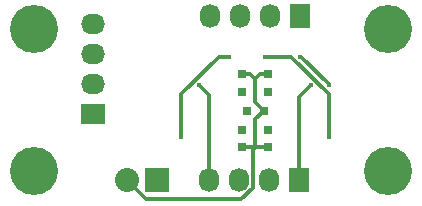
<source format=gbl>
G04 #@! TF.FileFunction,Copper,L2,Bot,Signal*
%FSLAX46Y46*%
G04 Gerber Fmt 4.6, Leading zero omitted, Abs format (unit mm)*
G04 Created by KiCad (PCBNEW 4.1.0-alpha+201607140318+6977~46~ubuntu16.04.1-product) date Thu Jul 14 14:59:25 2016*
%MOMM*%
%LPD*%
G01*
G04 APERTURE LIST*
%ADD10C,0.100000*%
%ADD11R,2.032000X2.032000*%
%ADD12O,2.032000X2.032000*%
%ADD13R,0.750000X0.800000*%
%ADD14R,0.800000X0.750000*%
%ADD15R,2.032000X1.727200*%
%ADD16O,2.032000X1.727200*%
%ADD17R,1.727200X2.032000*%
%ADD18O,1.727200X2.032000*%
%ADD19C,4.064000*%
%ADD20C,0.400000*%
%ADD21C,0.300000*%
G04 APERTURE END LIST*
D10*
D11*
X212400000Y-34800000D03*
D12*
X209860000Y-34800000D03*
D13*
X219600000Y-27300000D03*
X219600000Y-25800000D03*
X219600000Y-30500000D03*
X219600000Y-32000000D03*
D14*
X221500000Y-28900000D03*
X220000000Y-28900000D03*
D13*
X221800000Y-30500000D03*
X221800000Y-32000000D03*
X221800000Y-27300000D03*
X221800000Y-25800000D03*
D15*
X206958309Y-29184979D03*
D16*
X206958309Y-26644979D03*
X206958309Y-24104979D03*
X206958309Y-21564979D03*
D17*
X224525326Y-20931954D03*
D18*
X221985326Y-20931954D03*
X219445326Y-20931954D03*
X216905326Y-20931954D03*
D17*
X224430000Y-34800000D03*
D18*
X221890000Y-34800000D03*
X219350000Y-34800000D03*
X216810000Y-34800000D03*
D19*
X202000000Y-34000000D03*
X232000000Y-34000000D03*
X232000000Y-22000000D03*
X202000000Y-22000000D03*
D20*
X219600000Y-30500000D03*
X221500000Y-28900000D03*
X220000000Y-28900000D03*
X219600000Y-27300000D03*
X215950000Y-26750000D03*
X214460000Y-31140000D03*
X218525326Y-24331954D03*
X221800000Y-30500000D03*
X221800000Y-27300000D03*
X226950000Y-31150000D03*
X221525326Y-24331954D03*
X226950000Y-31150000D03*
X225450000Y-26750000D03*
X226950000Y-26750000D03*
X224525326Y-24331954D03*
D21*
X219600000Y-30500000D02*
X219600000Y-30475000D01*
X219537993Y-36410000D02*
X211470000Y-36410000D01*
X211470000Y-36410000D02*
X209860000Y-34800000D01*
X220730000Y-32000000D02*
X220513610Y-32216390D01*
X220513610Y-32216390D02*
X220513610Y-35434383D01*
X220513610Y-35434383D02*
X219537993Y-36410000D01*
X219600000Y-25800000D02*
X220275000Y-25800000D01*
X220275000Y-25800000D02*
X220690000Y-26215000D01*
X220690000Y-26215000D02*
X220690000Y-26235000D01*
X220690000Y-26235000D02*
X220690000Y-28115000D01*
X220690000Y-28115000D02*
X220745000Y-28170000D01*
X221500000Y-28900000D02*
X221475000Y-28900000D01*
X221125000Y-25800000D02*
X221800000Y-25800000D01*
X221475000Y-28900000D02*
X220745000Y-28170000D01*
X220690000Y-26235000D02*
X221125000Y-25800000D01*
X219600000Y-32000000D02*
X220730000Y-32000000D01*
X220730000Y-32000000D02*
X221800000Y-32000000D01*
X221475000Y-28900000D02*
X220730000Y-29645000D01*
X220730000Y-29645000D02*
X220730000Y-32000000D01*
X216810000Y-34800000D02*
X216810000Y-27585000D01*
X216810000Y-27585000D02*
X215975000Y-26750000D01*
X215975000Y-26750000D02*
X215950000Y-26750000D01*
X218525326Y-24331954D02*
X217628044Y-24331954D01*
X217628044Y-24331954D02*
X214460000Y-27499998D01*
X214460000Y-27499998D02*
X214460000Y-31140000D01*
X221525326Y-24331954D02*
X223771956Y-24331954D01*
X223771956Y-24331954D02*
X226950000Y-27509998D01*
X226950000Y-27509998D02*
X226950000Y-30475000D01*
X226950000Y-30475000D02*
X226950000Y-31150000D01*
X224430000Y-34800000D02*
X224430000Y-27770000D01*
X224430000Y-27770000D02*
X225450000Y-26750000D01*
X224525326Y-24331954D02*
X224625326Y-24331954D01*
X224625326Y-24331954D02*
X226950000Y-26656628D01*
X226950000Y-26656628D02*
X226950000Y-26750000D01*
M02*

</source>
